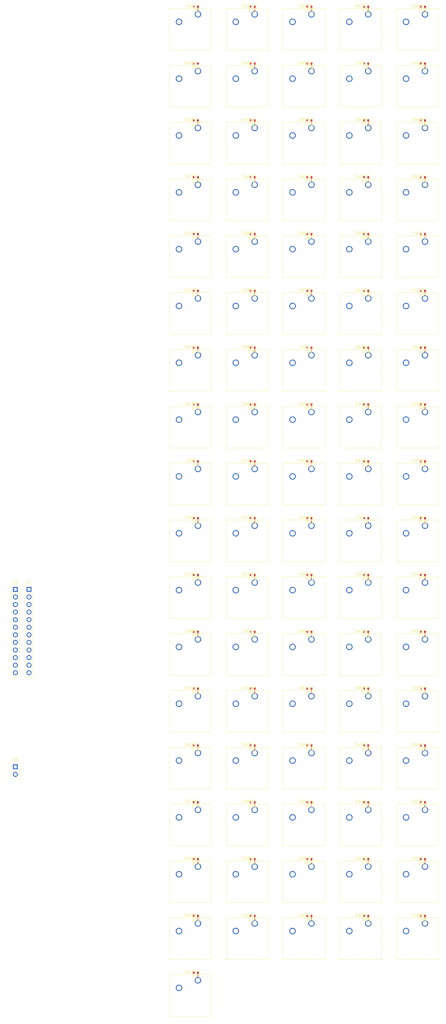
<source format=kicad_pcb>
(kicad_pcb (version 20241229) (generator "pcbnew") (generator_version "9.0")
  (layers (0 "F.Cu" signal) (2 "B.Cu" signal) (13 "F.Paste" user) (15 "B.Paste" user) (5 "F.SilkS" user "F.Silkscreen") (7 "B.SilkS" user "B.Silkscreen") (1 "F.Mask" user) (3 "B.Mask" user) (25 "Edge.Cuts" user))
  (net 0 "")
  (net 1 "ROW2")
  (net 2 "ROW3")
  (net 3 "ROW5")
  (net 4 "ROW7")
  (net 6 "ROW1")
  (net 7 "ROW8")
  (net 9 "ROW0")
  (net 10 "ROW9")
  (net 11 "ROW6")
  (net 12 "ROW4")
  (net 13 "COL7")
  (net 14 "COL4")
  (net 15 "GND")
  (net 16 "COL6")
  (net 17 "COL3")
  (net 18 "COL2")
  (net 19 "COL5")
  (net 22 "COL1")
  (net 23 "COL0")
  (net 24 "VCC")
  (net 25 "COL8")
  (net 26 "LED")
  (net 27 "Net-(D1-K)")
  (net 28 "Net-(D2-K)")
  (net 29 "Net-(D3-K)")
  (net 30 "Net-(D4-K)")
  (net 31 "Net-(D5-K)")
  (net 32 "Net-(D6-K)")
  (net 33 "Net-(D7-K)")
  (net 34 "Net-(D8-K)")
  (net 35 "Net-(D9-K)")
  (net 36 "Net-(D10-K)")
  (net 37 "Net-(D11-K)")
  (net 38 "Net-(D12-K)")
  (net 39 "Net-(D13-K)")
  (net 40 "Net-(D14-K)")
  (net 41 "Net-(D15-K)")
  (net 42 "Net-(D16-K)")
  (net 43 "Net-(D17-K)")
  (net 44 "Net-(D18-K)")
  (net 45 "Net-(D19-K)")
  (net 46 "Net-(D20-K)")
  (net 47 "Net-(D21-K)")
  (net 48 "Net-(D22-K)")
  (net 49 "Net-(D23-K)")
  (net 50 "Net-(D24-K)")
  (net 51 "Net-(D25-K)")
  (net 52 "Net-(D26-K)")
  (net 53 "Net-(D27-K)")
  (net 54 "Net-(D28-K)")
  (net 55 "Net-(D29-K)")
  (net 56 "Net-(D30-K)")
  (net 57 "Net-(D31-K)")
  (net 58 "Net-(D32-K)")
  (net 59 "Net-(D33-K)")
  (net 60 "Net-(D34-K)")
  (net 61 "Net-(D35-K)")
  (net 62 "Net-(D36-K)")
  (net 63 "Net-(D37-K)")
  (net 64 "Net-(D38-K)")
  (net 65 "Net-(D39-K)")
  (net 66 "Net-(D40-K)")
  (net 67 "Net-(D41-K)")
  (net 68 "Net-(D42-K)")
  (net 69 "Net-(D43-K)")
  (net 70 "Net-(D44-K)")
  (net 71 "Net-(D45-K)")
  (net 72 "Net-(D46-K)")
  (net 73 "Net-(D47-K)")
  (net 74 "Net-(D48-K)")
  (net 75 "Net-(D49-K)")
  (net 76 "Net-(D50-K)")
  (net 77 "Net-(D51-K)")
  (net 78 "Net-(D52-K)")
  (net 79 "Net-(D53-K)")
  (net 80 "Net-(D54-K)")
  (net 81 "Net-(D55-K)")
  (net 82 "Net-(D56-K)")
  (net 83 "Net-(D57-K)")
  (net 84 "Net-(D58-K)")
  (net 85 "Net-(D59-K)")
  (net 86 "Net-(D60-K)")
  (net 87 "Net-(D61-K)")
  (net 88 "Net-(D62-K)")
  (net 89 "Net-(D63-K)")
  (net 90 "Net-(D64-K)")
  (net 91 "Net-(D65-K)")
  (net 92 "Net-(D66-K)")
  (net 93 "Net-(D67-K)")
  (net 94 "Net-(D68-K)")
  (net 95 "Net-(D69-K)")
  (net 96 "Net-(D70-K)")
  (net 97 "Net-(D71-K)")
  (net 98 "Net-(D72-K)")
  (net 99 "Net-(D73-K)")
  (net 100 "Net-(D74-K)")
  (net 101 "Net-(D75-K)")
  (net 102 "Net-(D76-K)")
  (net 103 "Net-(D77-K)")
  (net 104 "Net-(D78-K)")
  (net 105 "Net-(D79-K)")
  (net 106 "Net-(D80-K)")
  (net 107 "Net-(D81-K)")
  (net 108 "Net-(D82-K)")
  (net 109 "Net-(D83-K)")
  (net 110 "Net-(D84-K)")
  (net 111 "Net-(D85-K)")
  (net 112 "Net-(D86-K)")
  (footprint "Diode_SMD:D_SOD-523" (layer "F.Cu") (at 219.01 -176.53 180)
    (property "Reference" "D12")
    (property "Value" "1N4148WT")
  )
  (footprint "Diode_SMD:D_SOD-523" (layer "F.Cu") (at 199.96 -5.08 180)
    (property "Reference" "D61")
    (property "Value" "1N4148WT")
  )
  (footprint "Diode_SMD:D_SOD-523" (layer "F.Cu") (at 219.01 109.22 180)
    (property "Reference" "D54")
    (property "Value" "1N4148WT")
  )
  (footprint "Button_Switch_Keyboard:SW_Cherry_MX_1.00u_PCB" (layer "F.Cu") (at 219.71 -2.54)
    (property "Reference" "SW72")
    (property "Value" "button")
  )
  (footprint "Diode_SMD:D_SOD-523" (layer "F.Cu") (at 276.16 52.07 180)
    (property "Reference" "D9")
    (property "Value" "1N4148WT")
  )
  (footprint "Diode_SMD:D_SOD-523" (layer "F.Cu") (at 238.06 90.17 180)
    (property "Reference" "D10")
    (property "Value" "1N4148WT")
  )
  (footprint "Button_Switch_Keyboard:SW_Cherry_MX_1.00u_PCB" (layer "F.Cu") (at 200.66 -59.69)
    (property "Reference" "SW70")
    (property "Value" "button")
  )
  (footprint "Button_Switch_Keyboard:SW_Cherry_MX_1.00u_PCB" (layer "F.Cu") (at 276.86 -78.74)
    (property "Reference" "SW59")
    (property "Value" "button")
  )
  (footprint "Button_Switch_Keyboard:SW_Cherry_MX_1.00u_PCB" (layer "F.Cu") (at 238.76 92.71)
    (property "Reference" "SW10")
    (property "Value" "button")
  )
  (footprint "Diode_SMD:D_SOD-523" (layer "F.Cu") (at 257.11 109.22 180)
    (property "Reference" "D76")
    (property "Value" "1N4148WT")
  )
  (footprint "Diode_SMD:D_SOD-523" (layer "F.Cu") (at 276.16 13.97 180)
    (property "Reference" "D73")
    (property "Value" "1N4148WT")
  )
  (footprint "Diode_SMD:D_SOD-523" (layer "F.Cu") (at 219.01 -119.38 180)
    (property "Reference" "D3")
    (property "Value" "1N4148WT")
  )
  (footprint "Diode_SMD:D_SOD-523" (layer "F.Cu") (at 276.16 128.27 180)
    (property "Reference" "D66")
    (property "Value" "1N4148WT")
  )
  (footprint "Button_Switch_Keyboard:SW_Cherry_MX_1.00u_PCB" (layer "F.Cu") (at 238.76 35.56)
    (property "Reference" "SW19")
    (property "Value" "button")
  )
  (footprint "Diode_SMD:D_SOD-523" (layer "F.Cu") (at 276.16 -100.33 180)
    (property "Reference" "D4")
    (property "Value" "1N4148WT")
  )
  (footprint "Diode_SMD:D_SOD-523" (layer "F.Cu") (at 238.06 -62.23 180)
    (property "Reference" "D5")
    (property "Value" "1N4148WT")
  )
  (footprint "Diode_SMD:D_SOD-523" (layer "F.Cu") (at 257.11 -100.33 180)
    (property "Reference" "D80")
    (property "Value" "1N4148WT")
  )
  (footprint "Diode_SMD:D_SOD-523" (layer "F.Cu") (at 257.11 -157.48 180)
    (property "Reference" "D2")
    (property "Value" "1N4148WT")
  )
  (footprint "Button_Switch_Keyboard:SW_Cherry_MX_1.00u_PCB" (layer "F.Cu") (at 219.71 -135.89)
    (property "Reference" "SW35")
    (property "Value" "button")
  )
  (footprint "Button_Switch_Keyboard:SW_Cherry_MX_1.00u_PCB" (layer "F.Cu") (at 200.66 -40.64)
    (property "Reference" "SW38")
    (property "Value" "button")
  )
  (footprint "Button_Switch_Keyboard:SW_Cherry_MX_1.00u_PCB" (layer "F.Cu") (at 219.71 16.51)
    (property "Reference" "SW40")
    (property "Value" "button")
  )
  (footprint "Diode_SMD:D_SOD-523" (layer "F.Cu") (at 276.16 -119.38 180)
    (property "Reference" "D36")
    (property "Value" "1N4148WT")
  )
  (footprint "Diode_SMD:D_SOD-523" (layer "F.Cu") (at 238.06 -157.48 180)
    (property "Reference" "D78")
    (property "Value" "1N4148WT")
  )
  (footprint "Diode_SMD:D_SOD-523" (layer "F.Cu") (at 238.06 -119.38 180)
    (property "Reference" "D14")
    (property "Value" "1N4148WT")
  )
  (footprint "Connector_PinHeader_2.54mm:PinHeader_1x12_P2.54mm_Vertical" (layer "F.Cu") (at 143.97 18.81)
    (property "Reference" "A1")
    (property "Value" "micro LEFT")
  )
  (footprint "Button_Switch_Keyboard:SW_Cherry_MX_1.00u_PCB" (layer "F.Cu") (at 257.81 130.81)
    (property "Reference" "SW55")
    (property "Value" "button")
  )
  (footprint "Diode_SMD:D_SOD-523" (layer "F.Cu") (at 199.96 -157.48 180)
    (property "Reference" "D56")
    (property "Value" "1N4148WT")
  )
  (footprint "Diode_SMD:D_SOD-523" (layer "F.Cu") (at 257.11 -5.08 180)
    (property "Reference" "D7")
    (property "Value" "1N4148WT")
  )
  (footprint "Diode_SMD:D_SOD-523" (layer "F.Cu") (at 199.96 71.12 180)
    (property "Reference" "D20")
    (property "Value" "1N4148WT")
  )
  (footprint "Button_Switch_Keyboard:SW_Cherry_MX_1.00u_PCB" (layer "F.Cu") (at 200.66 73.66)
    (property "Reference" "SW20")
    (property "Value" "button")
  )
  (footprint "Diode_SMD:D_SOD-523" (layer "F.Cu") (at 219.01 52.07 180)
    (property "Reference" "D63")
    (property "Value" "1N4148WT")
  )
  (footprint "Diode_SMD:D_SOD-523" (layer "F.Cu") (at 199.96 -24.13 180)
    (property "Reference" "D6")
    (property "Value" "1N4148WT")
  )
  (footprint "Diode_SMD:D_SOD-523" (layer "F.Cu") (at 238.06 -138.43 180)
    (property "Reference" "D46")
    (property "Value" "1N4148WT")
  )
  (footprint "Diode_SMD:D_SOD-523" (layer "F.Cu") (at 199.96 -176.53 180)
    (property "Reference" "D1")
    (property "Value" "1N4148WT")
  )
  (footprint "Diode_SMD:D_SOD-523" (layer "F.Cu") (at 238.06 71.12 180)
    (property "Reference" "D42")
    (property "Value" "1N4148WT")
  )
  (footprint "Button_Switch_Keyboard:SW_Cherry_MX_1.00u_PCB" (layer "F.Cu") (at 276.86 92.71)
    (property "Reference" "SW32")
    (property "Value" "button")
  )
  (footprint "Diode_SMD:D_SOD-523" (layer "F.Cu") (at 238.06 128.27 180)
    (property "Reference" "D44")
    (property "Value" "1N4148WT")
  )
  (footprint "Button_Switch_Keyboard:SW_Cherry_MX_1.00u_PCB" (layer "F.Cu") (at 219.71 130.81)
    (property "Reference" "SW33")
    (property "Value" "button")
  )
  (footprint "Button_Switch_Keyboard:SW_Cherry_MX_1.00u_PCB" (layer "F.Cu") (at 219.71 -59.69)
    (property "Reference" "SW81")
    (property "Value" "button")
  )
  (footprint "Button_Switch_Keyboard:SW_Cherry_MX_1.00u_PCB" (layer "F.Cu") (at 238.76 -21.59)
    (property "Reference" "SW28")
    (property "Value" "button")
  )
  (footprint "Button_Switch_Keyboard:SW_Cherry_MX_1.00u_PCB" (layer "F.Cu") (at 238.76 73.66)
    (property "Reference" "SW42")
    (property "Value" "button")
  )
  (footprint "Button_Switch_Keyboard:SW_Cherry_MX_1.00u_PCB" (layer "F.Cu") (at 276.86 -116.84)
    (property "Reference" "SW36")
    (property "Value" "button")
  )
  (footprint "Button_Switch_Keyboard:SW_Cherry_MX_1.00u_PCB" (layer "F.Cu") (at 257.81 -154.94)
    (property "Reference" "SW2")
    (property "Value" "button")
  )
  (footprint "Diode_SMD:D_SOD-523" (layer "F.Cu") (at 257.11 -43.18 180)
    (property "Reference" "D71")
    (property "Value" "1N4148WT")
  )
  (footprint "Button_Switch_Keyboard:SW_Cherry_MX_1.00u_PCB" (layer "F.Cu") (at 200.66 92.71)
    (property "Reference" "SW75")
    (property "Value" "button")
  )
  (footprint "Button_Switch_Keyboard:SW_Cherry_MX_1.00u_PCB" (layer "F.Cu") (at 238.76 -116.84)
    (property "Reference" "SW14")
    (property "Value" "button")
  )
  (footprint "Diode_SMD:D_SOD-523" (layer "F.Cu") (at 276.16 33.02 180)
    (property "Reference" "D41")
    (property "Value" "1N4148WT")
  )
  (footprint "Diode_SMD:D_SOD-523" (layer "F.Cu") (at 257.11 128.27 180)
    (property "Reference" "D55")
    (property "Value" "1N4148WT")
  )
  (footprint "Diode_SMD:D_SOD-523" (layer "F.Cu") (at 238.06 -100.33 180)
    (property "Reference" "D69")
    (property "Value" "1N4148WT")
  )
  (footprint "Diode_SMD:D_SOD-523" (layer "F.Cu") (at 219.01 90.17 180)
    (property "Reference" "D86")
    (property "Value" "1N4148WT")
  )
  (footprint "Button_Switch_Keyboard:SW_Cherry_MX_1.00u_PCB" (layer "F.Cu") (at 276.86 -40.64)
    (property "Reference" "SW82")
    (property "Value" "button")
  )
  (footprint "Diode_SMD:D_SOD-523" (layer "F.Cu") (at 257.11 -176.53 180)
    (property "Reference" "D34")
    (property "Value" "1N4148WT")
  )
  (footprint "Button_Switch_Keyboard:SW_Cherry_MX_1.00u_PCB" (layer "F.Cu") (at 276.86 73.66)
    (property "Reference" "SW64")
    (property "Value" "button")
  )
  (footprint "Diode_SMD:D_SOD-523" (layer "F.Cu") (at 219.01 -100.33 180)
    (property "Reference" "D58")
    (property "Value" "1N4148WT")
  )
  (footprint "Diode_SMD:D_SOD-523" (layer "F.Cu") (at 219.01 33.02 180)
    (property "Reference" "D8")
    (property "Value" "1N4148WT")
  )
  (footprint "Button_Switch_Keyboard:SW_Cherry_MX_1.00u_PCB" (layer "F.Cu") (at 238.76 130.81)
    (property "Reference" "SW44")
    (property "Value" "button")
  )
  (footprint "Diode_SMD:D_SOD-523" (layer "F.Cu") (at 276.16 -81.28 180)
    (property "Reference" "D59")
    (property "Value" "1N4148WT")
  )
  (footprint "Diode_SMD:D_SOD-523" (layer "F.Cu") (at 276.16 -176.53 180)
    (property "Reference" "D45")
    (property "Value" "1N4148WT")
  )
  (footprint "Diode_SMD:D_SOD-523" (layer "F.Cu") (at 199.96 33.02 180)
    (property "Reference" "D84")
    (property "Value" "1N4148WT")
  )
  (footprint "Diode_SMD:D_SOD-523" (layer "F.Cu") (at 276.16 -5.08 180)
    (property "Reference" "D18")
    (property "Value" "1N4148WT")
  )
  (footprint "Button_Switch_Keyboard:SW_Cherry_MX_1.00u_PCB" (layer "F.Cu") (at 200.66 -173.99)
    (property "Reference" "SW1")
    (property "Value" "button")
  )
  (footprint "Diode_SMD:D_SOD-523" (layer "F.Cu") (at 257.11 -81.28 180)
    (property "Reference" "D48")
    (property "Value" "1N4148WT")
  )
  (footprint "Diode_SMD:D_SOD-523" (layer "F.Cu") (at 199.96 -138.43 180)
    (property "Reference" "D24")
    (property "Value" "1N4148WT")
  )
  (footprint "Button_Switch_Keyboard:SW_Cherry_MX_1.00u_PCB" (layer "F.Cu") (at 219.71 92.71)
    (property "Reference" "SW86")
    (property "Value" "button")
  )
  (footprint "Button_Switch_Keyboard:SW_Cherry_MX_1.00u_PCB" (layer "F.Cu") (at 276.86 -21.59)
    (property "Reference" "SW50")
    (property "Value" "button")
  )
  (footprint "Diode_SMD:D_SOD-523" (layer "F.Cu") (at 199.96 -119.38 180)
    (property "Reference" "D79")
    (property "Value" "1N4148WT")
  )
  (footprint "Diode_SMD:D_SOD-523" (layer "F.Cu") (at 219.01 -157.48 180)
    (property "Reference" "D67")
    (property "Value" "1N4148WT")
  )
  (footprint "Button_Switch_Keyboard:SW_Cherry_MX_1.00u_PCB" (layer "F.Cu") (at 200.66 130.81)
    (property "Reference" "SW22")
    (property "Value" "button")
  )
  (footprint "Diode_SMD:D_SOD-523" (layer "F.Cu") (at 199.96 52.07 180)
    (property "Reference" "D52")
    (property "Value" "1N4148WT")
  )
  (footprint "Button_Switch_Keyboard:SW_Cherry_MX_1.00u_PCB" (layer "F.Cu") (at 276.86 -59.69)
    (property "Reference" "SW27")
    (property "Value" "button")
  )
  (footprint "Diode_SMD:D_SOD-523" (layer "F.Cu") (at 199.96 -43.18 180)
    (property "Reference" "D38")
    (property "Value" "1N4148WT")
  )
  (footprint "Button_Switch_Keyboard:SW_Cherry_MX_1.00u_PCB" (layer "F.Cu") (at 200.66 -116.84)
    (property "Reference" "SW79")
    (property "Value" "button")
  )
  (footprint "Diode_SMD:D_SOD-523" (layer "F.Cu") (at 238.06 -43.18 180)
    (property "Reference" "D60")
    (property "Value" "1N4148WT")
  )
  (footprint "Button_Switch_Keyboard:SW_Cherry_MX_1.00u_PCB" (layer "F.Cu") (at 257.81 -97.79)
    (property "Reference" "SW80")
    (property "Value" "button")
  )
  (footprint "Diode_SMD:D_SOD-523" (layer "F.Cu") (at 257.11 -62.23 180)
    (property "Reference" "D16")
    (property "Value" "1N4148WT")
  )
  (footprint "Diode_SMD:D_SOD-523" (layer "F.Cu") (at 219.01 -43.18 180)
    (property "Reference" "D49")
    (property "Value" "1N4148WT")
  )
  (footprint "Button_Switch_Keyboard:SW_Cherry_MX_1.00u_PCB" (layer "F.Cu") (at 238.76 -135.89)
    (property "Reference" "SW46")
    (property "Value" "button")
  )
  (footprint "Button_Switch_Keyboard:SW_Cherry_MX_1.00u_PCB" (layer "F.Cu") (at 200.66 54.61)
    (property "Reference" "SW52")
    (property "Value" "button")
  )
  (footprint "Button_Switch_Keyboard:SW_Cherry_MX_1.00u_PCB" (layer "F.Cu") (at 276.86 16.51)
    (property "Reference" "SW73")
    (property "Value" "button")
  )
  (footprint "Diode_SMD:D_SOD-523" (layer "F.Cu") (at 257.11 52.07 180)
    (property "Reference" "D85")
    (property "Value" "1N4148WT")
  )
  (footprint "Button_Switch_Keyboard:SW_Cherry_MX_1.00u_PCB" (layer "F.Cu") (at 219.71 73.66)
    (property "Reference" "SW31")
    (property "Value" "button")
  )
  (footprint "Diode_SMD:D_SOD-523" (layer "F.Cu") (at 238.06 -81.28 180)
    (property "Reference" "D37")
    (property "Value" "1N4148WT")
  )
  (footprint "Button_Switch_Keyboard:SW_Cherry_MX_1.00u_PCB" (layer "F.Cu") (at 219.71 -116.84)
    (property "Reference" "SW3")
    (property "Value" "button")
  )
  (footprint "Button_Switch_Keyboard:SW_Cherry_MX_1.00u_PCB" (layer "F.Cu") (at 200.66 111.76)
    (property "Reference" "SW43")
    (property "Value" "button")
  )
  (footprint "Diode_SMD:D_SOD-523" (layer "F.Cu") (at 276.16 71.12 180)
    (property "Reference" "D64")
    (property "Value" "1N4148WT")
  )
  (footprint "Button_Switch_Keyboard:SW_Cherry_MX_1.00u_PCB" (layer "F.Cu") (at 200.66 -2.54)
    (property "Reference" "SW61")
    (property "Value" "button")
  )
  (footprint "Diode_SMD:D_SOD-523" (layer "F.Cu") (at 257.11 13.97 180)
    (property "Reference" "D62")
    (property "Value" "1N4148WT")
  )
  (footprint "Button_Switch_Keyboard:SW_Cherry_MX_1.00u_PCB" (layer "F.Cu") (at 238.76 -78.74)
    (property "Reference" "SW37")
    (property "Value" "button")
  )
  (footprint "Diode_SMD:D_SOD-523" (layer "F.Cu") (at 276.16 -157.48 180)
    (property "Reference" "D13")
    (property "Value" "1N4148WT")
  )
  (footprint "Diode_SMD:D_SOD-523" (layer "F.Cu") (at 238.06 -176.53 180)
    (property "Reference" "D23")
    (property "Value" "1N4148WT")
  )
  (footprint "Connector_PinHeader_2.54mm:PinHeader_1x12_P2.54mm_Vertical" (layer "F.Cu") (at 139.38 18.81)
    (property "Reference" "A0")
    (property "Value" "micro RIGHT")
  )
  (footprint "Button_Switch_Keyboard:SW_Cherry_MX_1.00u_PCB" (layer "F.Cu") (at 219.71 35.56)
    (property "Reference" "SW8")
    (property "Value" "button")
  )
  (footprint "Button_Switch_Keyboard:SW_Cherry_MX_1.00u_PCB" (layer "F.Cu") (at 276.86 -173.99)
    (property "Reference" "SW45")
    (property "Value" "button")
  )
  (footprint "Button_Switch_Keyboard:SW_Cherry_MX_1.00u_PCB" (layer "F.Cu") (at 200.66 -154.94)
    (property "Reference" "SW56")
    (property "Value" "button")
  )
  (footprint "Button_Switch_Keyboard:SW_Cherry_MX_1.00u_PCB" (layer "F.Cu") (at 238.76 16.51)
    (property "Reference" "SW51")
    (property "Value" "button")
  )
  (footprint "Diode_SMD:D_SOD-523" (layer "F.Cu") (at 199.96 128.27 180)
    (property "Reference" "D22")
    (property "Value" "1N4148WT")
  )
  (footprint "Diode_SMD:D_SOD-523" (layer "F.Cu") (at 199.96 147.32 180)
    (property "Reference" "D77")
    (property "Value" "1N4148WT")
  )
  (footprint "Button_Switch_Keyboard:SW_Cherry_MX_1.00u_PCB" (layer "F.Cu") (at 257.81 -116.84)
    (property "Reference" "SW25")
    (property "Value" "button")
  )
  (footprint "Button_Switch_Keyboard:SW_Cherry_MX_1.00u_PCB" (layer "F.Cu") (at 276.86 111.76)
    (property "Reference" "SW11")
    (property "Value" "button")
  )
  (footprint "Button_Switch_Keyboard:SW_Cherry_MX_1.00u_PCB" (layer "F.Cu") (at 200.66 -78.74)
    (property "Reference" "SW15")
    (property "Value" "button")
  )
  (footprint "Diode_SMD:D_SOD-523" (layer "F.Cu") (at 199.96 -100.33 180)
    (property "Reference" "D47")
    (property "Value" "1N4148WT")
  )
  (footprint "Button_Switch_Keyboard:SW_Cherry_MX_1.00u_PCB" (layer "F.Cu") (at 200.66 16.51)
    (property "Reference" "SW29")
    (property "Value" "button")
  )
  (footprint "Diode_SMD:D_SOD-523" (layer "F.Cu") (at 238.06 33.02 180)
    (property "Reference" "D19")
    (property "Value" "1N4148WT")
  )
  (footprint "Button_Switch_Keyboard:SW_Cherry_MX_1.00u_PCB" (layer "F.Cu") (at 219.71 -40.64)
    (property "Reference" "SW49")
    (property "Value" "button")
  )
  (footprint "Diode_SMD:D_SOD-523" (layer "F.Cu") (at 276.16 -62.23 180)
    (property "Reference" "D27")
    (property "Value" "1N4148WT")
  )
  (footprint "Button_Switch_Keyboard:SW_Cherry_MX_1.00u_PCB" (layer "F.Cu") (at 257.81 -21.59)
    (property "Reference" "SW39")
    (property "Value" "button")
  )
  (footprint "Diode_SMD:D_SOD-523" (layer "F.Cu") (at 257.11 90.17 180)
    (property "Reference" "D21")
    (property "Value" "1N4148WT")
  )
  (footprint "Diode_SMD:D_SOD-523" (layer "F.Cu") (at 219.01 -81.28 180)
    (property "Reference" "D26")
    (property "Value" "1N4148WT")
  )
  (footprint "Diode_SMD:D_SOD-523" (layer "F.Cu") (at 257.11 -119.38 180)
    (property "Reference" "D25")
    (property "Value" "1N4148WT")
  )
  (footprint "Diode_SMD:D_SOD-523" (layer "F.Cu") (at 238.06 13.97 180)
    (property "Reference" "D51")
    (property "Value" "1N4148WT")
  )
  (footprint "Button_Switch_Keyboard:SW_Cherry_MX_1.00u_PCB" (layer "F.Cu") (at 200.66 -21.59)
    (property "Reference" "SW6")
    (property "Value" "button")
  )
  (footprint "Button_Switch_Keyboard:SW_Cherry_MX_1.00u_PCB" (layer "F.Cu") (at 219.71 -21.59)
    (property "Reference" "SW17")
    (property "Value" "button")
  )
  (footprint "Diode_SMD:D_SOD-523" (layer "F.Cu") (at 219.01 -62.23 180)
    (property "Reference" "D81")
    (property "Value" "1N4148WT")
  )
  (footprint "Connector_PinHeader_2.54mm:PinHeader_1x02_P2.54mm_Vertical" (layer "F.Cu") (at 139.38 78.29)
    (property "Reference" "A3")
    (property "Value" "micro BONUS")
  )
  (footprint "Button_Switch_Keyboard:SW_Cherry_MX_1.00u_PCB" (layer "F.Cu") (at 200.66 -97.79)
    (property "Reference" "SW47")
    (property "Value" "button")
  )
  (footprint "Button_Switch_Keyboard:SW_Cherry_MX_1.00u_PCB" (layer "F.Cu") (at 276.86 130.81)
    (property "Reference" "SW66")
    (property "Value" "button")
  )
  (footprint "Diode_SMD:D_SOD-523" (layer "F.Cu") (at 219.01 -5.08 180)
    (property "Reference" "D72")
    (property "Value" "1N4148WT")
  )
  (footprint "Button_Switch_Keyboard:SW_Cherry_MX_1.00u_PCB" (layer "F.Cu") (at 200.66 149.86)
    (property "Reference" "SW77")
    (property "Value" "button")
  )
  (footprint "Diode_SMD:D_SOD-523" (layer "F.Cu") (at 199.96 13.97 180)
    (property "Reference" "D29")
    (property "Value" "1N4148WT")
  )
  (footprint "Button_Switch_Keyboard:SW_Cherry_MX_1.00u_PCB" (layer "F.Cu") (at 219.71 111.76)
    (property "Reference" "SW54")
    (property "Value" "button")
  )
  (footprint "Button_Switch_Keyboard:SW_Cherry_MX_1.00u_PCB" (layer "F.Cu") (at 276.86 -2.54)
    (property "Reference" "SW18")
    (property "Value" "button")
  )
  (footprint "Button_Switch_Keyboard:SW_Cherry_MX_1.00u_PCB" (layer "F.Cu") (at 238.76 -59.69)
    (property "Reference" "SW5")
    (property "Value" "button")
  )
  (footprint "Button_Switch_Keyboard:SW_Cherry_MX_1.00u_PCB" (layer "F.Cu") (at 257.81 16.51)
    (property "Reference" "SW62")
    (property "Value" "button")
  )
  (footprint "Diode_SMD:D_SOD-523" (layer "F.Cu") (at 199.96 -62.23 180)
    (property "Reference" "D70")
    (property "Value" "1N4148WT")
  )
  (footprint "Button_Switch_Keyboard:SW_Cherry_MX_1.00u_PCB" (layer "F.Cu") (at 238.76 -2.54)
    (property "Reference" "SW83")
    (property "Value" "button")
  )
  (footprint "Diode_SMD:D_SOD-523" (layer "F.Cu") (at 219.01 71.12 180)
    (property "Reference" "D31")
    (property "Value" "1N4148WT")
  )
  (footprint "Button_Switch_Keyboard:SW_Cherry_MX_1.00u_PCB" (layer "F.Cu") (at 257.81 54.61)
    (property "Reference" "SW85")
    (property "Value" "button")
  )
  (footprint "Button_Switch_Keyboard:SW_Cherry_MX_1.00u_PCB" (layer "F.Cu") (at 257.81 -2.54)
    (property "Reference" "SW7")
    (property "Value" "button")
  )
  (footprint "Button_Switch_Keyboard:SW_Cherry_MX_1.00u_PCB" (layer "F.Cu") (at 238.76 111.76)
    (property "Reference" "SW65")
    (property "Value" "button")
  )
  (footprint "Button_Switch_Keyboard:SW_Cherry_MX_1.00u_PCB" (layer "F.Cu") (at 257.81 111.76)
    (property "Reference" "SW76")
    (property "Value" "button")
  )
  (footprint "Button_Switch_Keyboard:SW_Cherry_MX_1.00u_PCB" (layer "F.Cu") (at 257.81 -40.64)
    (property "Reference" "SW71")
    (property "Value" "button")
  )
  (footprint "Button_Switch_Keyboard:SW_Cherry_MX_1.00u_PCB" (layer "F.Cu") (at 238.76 -40.64)
    (property "Reference" "SW60")
    (property "Value" "button")
  )
  (footprint "Button_Switch_Keyboard:SW_Cherry_MX_1.00u_PCB" (layer "F.Cu") (at 219.71 -78.74)
    (property "Reference" "SW26")
    (property "Value" "button")
  )
  (footprint "Diode_SMD:D_SOD-523" (layer "F.Cu") (at 257.11 -24.13 180)
    (property "Reference" "D39")
    (property "Value" "1N4148WT")
  )
  (footprint "Button_Switch_Keyboard:SW_Cherry_MX_1.00u_PCB" (layer "F.Cu") (at 276.86 -97.79)
    (property "Reference" "SW4")
    (property "Value" "button")
  )
  (footprint "Button_Switch_Keyboard:SW_Cherry_MX_1.00u_PCB" (layer "F.Cu") (at 238.76 -173.99)
    (property "Reference" "SW23")
    (property "Value" "button")
  )
  (footprint "Diode_SMD:D_SOD-523" (layer "F.Cu") (at 276.16 -43.18 180)
    (property "Reference" "D82")
    (property "Value" "1N4148WT")
  )
  (footprint "Diode_SMD:D_SOD-523" (layer "F.Cu") (at 276.16 -24.13 180)
    (property "Reference" "D50")
    (property "Value" "1N4148WT")
  )
  (footprint "Diode_SMD:D_SOD-523" (layer "F.Cu") (at 219.01 -24.13 180)
    (property "Reference" "D17")
    (property "Value" "1N4148WT")
  )
  (footprint "Diode_SMD:D_SOD-523" (layer "F.Cu") (at 219.01 128.27 180)
    (property "Reference" "D33")
    (property "Value" "1N4148WT")
  )
  (footprint "Button_Switch_Keyboard:SW_Cherry_MX_1.00u_PCB" (layer "F.Cu") (at 257.81 -135.89)
    (property "Reference" "SW57")
    (property "Value" "button")
  )
  (footprint "Button_Switch_Keyboard:SW_Cherry_MX_1.00u_PCB" (layer "F.Cu") (at 257.81 92.71)
    (property "Reference" "SW21")
    (property "Value" "button")
  )
  (footprint "Button_Switch_Keyboard:SW_Cherry_MX_1.00u_PCB" (layer "F.Cu") (at 219.71 -97.79)
    (property "Reference" "SW58")
    (property "Value" "button")
  )
  (footprint "Button_Switch_Keyboard:SW_Cherry_MX_1.00u_PCB" (layer "F.Cu") (at 238.76 54.61)
    (property "Reference" "SW74")
    (property "Value" "button")
  )
  (footprint "Diode_SMD:D_SOD-523" (layer "F.Cu") (at 276.16 90.17 180)
    (property "Reference" "D32")
    (property "Value" "1N4148WT")
  )
  (footprint "Diode_SMD:D_SOD-523" (layer "F.Cu") (at 219.01 -138.43 180)
    (property "Reference" "D35")
    (property "Value" "1N4148WT")
  )
  (footprint "Button_Switch_Keyboard:SW_Cherry_MX_1.00u_PCB" (layer "F.Cu") (at 257.81 35.56)
    (property "Reference" "SW30")
    (property "Value" "button")
  )
  (footprint "Diode_SMD:D_SOD-523" (layer "F.Cu") (at 199.96 90.17 180)
    (property "Reference" "D75")
    (property "Value" "1N4148WT")
  )
  (footprint "Button_Switch_Keyboard:SW_Cherry_MX_1.00u_PCB" (layer "F.Cu") (at 200.66 -135.89)
    (property "Reference" "SW24")
    (property "Value" "button")
  )
  (footprint "Button_Switch_Keyboard:SW_Cherry_MX_1.00u_PCB" (layer "F.Cu") (at 238.76 -97.79)
    (property "Reference" "SW69")
    (property "Value" "button")
  )
  (footprint "Button_Switch_Keyboard:SW_Cherry_MX_1.00u_PCB" (layer "F.Cu") (at 257.81 -78.74)
    (property "Reference" "SW48")
    (property "Value" "button")
  )
  (footprint "Button_Switch_Keyboard:SW_Cherry_MX_1.00u_PCB" (layer "F.Cu") (at 276.86 35.56)
    (property "Reference" "SW41")
    (property "Value" "button")
  )
  (footprint "Diode_SMD:D_SOD-523" (layer "F.Cu") (at 257.11 71.12 180)
    (property "Reference" "D53")
    (property "Value" "1N4148WT")
  )
  (footprint "Diode_SMD:D_SOD-523" (layer "F.Cu") (at 238.06 -24.13 180)
    (property "Reference" "D28")
    (property "Value" "1N4148WT")
  )
  (footprint "Diode_SMD:D_SOD-523" (layer "F.Cu") (at 257.11 33.02 180)
    (property "Reference" "D30")
    (property "Value" "1N4148WT")
  )
  (footprint "Button_Switch_Keyboard:SW_Cherry_MX_1.00u_PCB" (layer "F.Cu") (at 238.76 -154.94)
    (property "Reference" "SW78")
    (property "Value" "button")
  )
  (footprint "Diode_SMD:D_SOD-523" (layer "F.Cu") (at 276.16 109.22 180)
    (property "Reference" "D11")
    (property "Value" "1N4148WT")
  )
  (footprint "Diode_SMD:D_SOD-523" (layer "F.Cu") (at 257.11 -138.43 180)
    (property "Reference" "D57")
    (property "Value" "1N4148WT")
  )
  (footprint "Button_Switch_Keyboard:SW_Cherry_MX_1.00u_PCB" (layer "F.Cu") (at 200.66 35.56)
    (property "Reference" "SW84")
    (property "Value" "button")
  )
  (footprint "Button_Switch_Keyboard:SW_Cherry_MX_1.00u_PCB" (layer "F.Cu") (at 219.71 54.61)
    (property "Reference" "SW63")
    (property "Value" "button")
  )
  (footprint "Diode_SMD:D_SOD-523" (layer "F.Cu") (at 238.06 109.22 180)
    (property "Reference" "D65")
    (property "Value" "1N4148WT")
  )
  (footprint "Diode_SMD:D_SOD-523" (layer "F.Cu") (at 219.01 13.97 180)
    (property "Reference" "D40")
    (property "Value" "1N4148WT")
  )
  (footprint "Diode_SMD:D_SOD-523" (layer "F.Cu") (at 199.96 -81.28 180)
    (property "Reference" "D15")
    (property "Value" "1N4148WT")
  )
  (footprint "Button_Switch_Keyboard:SW_Cherry_MX_1.00u_PCB" (layer "F.Cu") (at 257.81 -59.69)
    (property "Reference" "SW16")
    (property "Value" "button")
  )
  (footprint "Button_Switch_Keyboard:SW_Cherry_MX_1.00u_PCB" (layer "F.Cu") (at 276.86 54.61)
    (property "Reference" "SW9")
    (property "Value" "button")
  )
  (footprint "Diode_SMD:D_SOD-523" (layer "F.Cu") (at 276.16 -138.43 180)
    (property "Reference" "D68")
    (property "Value" "1N4148WT")
  )
  (footprint "Button_Switch_Keyboard:SW_Cherry_MX_1.00u_PCB" (layer "F.Cu") (at 219.71 -173.99)
    (property "Reference" "SW12")
    (property "Value" "button")
  )
  (footprint "Button_Switch_Keyboard:SW_Cherry_MX_1.00u_PCB" (layer "F.Cu") (at 257.81 -173.99)
    (property "Reference" "SW34")
    (property "Value" "button")
  )
  (footprint "Button_Switch_Keyboard:SW_Cherry_MX_1.00u_PCB" (layer "F.Cu") (at 257.81 73.66)
    (property "Reference" "SW53")
    (property "Value" "button")
  )
  (footprint "Button_Switch_Keyboard:SW_Cherry_MX_1.00u_PCB" (layer "F.Cu") (at 219.71 -154.94)
    (property "Reference" "SW67")
    (property "Value" "button")
  )
  (footprint "Button_Switch_Keyboard:SW_Cherry_MX_1.00u_PCB" (layer "F.Cu") (at 276.86 -154.94)
    (property "Reference" "SW13")
    (property "Value" "button")
  )
  (footprint "Diode_SMD:D_SOD-523" (layer "F.Cu") (at 238.06 -5.08 180)
    (property "Reference" "D83")
    (property "Value" "1N4148WT")
  )
  (footprint "Diode_SMD:D_SOD-523" (layer "F.Cu") (at 199.96 109.22 180)
    (property "Reference" "D43")
    (property "Value" "1N4148WT")
  )
  (footprint "Button_Switch_Keyboard:SW_Cherry_MX_1.00u_PCB" (layer "F.Cu") (at 276.86 -135.89)
    (property "Reference" "SW68")
    (property "Value" "button")
  )
  (footprint "Diode_SMD:D_SOD-523" (layer "F.Cu") (at 238.06 52.07 180)
    (property "Reference" "D74")
    (property "Value" "1N4148WT")
  )
  (segment (start 200.66 -173.99) (end 200.66 -176.53) (width 0.2) (layer "F.Cu") (net 27))
  (segment (start 257.81 -157.48) (end 257.81 -154.94) (width 0.2) (layer "F.Cu") (net 28))
  (segment (start 219.71 -119.38) (end 219.71 -116.84) (width 0.2) (layer "F.Cu") (net 29))
  (segment (start 276.86 -100.33) (end 276.86 -97.79) (width 0.2) (layer "F.Cu") (net 30))
  (segment (start 238.76 -62.23) (end 238.76 -59.69) (width 0.2) (layer "F.Cu") (net 31))
  (segment (start 200.66 -24.13) (end 200.66 -21.59) (width 0.2) (layer "F.Cu") (net 32))
  (segment (start 257.81 -5.08) (end 257.81 -2.54) (width 0.2) (layer "F.Cu") (net 33))
  (segment (start 219.71 33.02) (end 219.71 35.56) (width 0.2) (layer "F.Cu") (net 34))
  (segment (start 276.86 52.07) (end 276.86 54.61) (width 0.2) (layer "F.Cu") (net 35))
  (segment (start 238.76 90.17) (end 238.76 92.71) (width 0.2) (layer "F.Cu") (net 36))
  (segment (start 276.86 109.22) (end 276.86 111.76) (width 0.2) (layer "F.Cu") (net 37))
  (segment (start 219.71 -173.99) (end 219.71 -176.53) (width 0.2) (layer "F.Cu") (net 38))
  (segment (start 276.86 -157.48) (end 276.86 -154.94) (width 0.2) (layer "F.Cu") (net 39))
  (segment (start 238.76 -119.38) (end 238.76 -116.84) (width 0.2) (layer "F.Cu") (net 40))
  (segment (start 200.66 -81.28) (end 200.66 -78.74) (width 0.2) (layer "F.Cu") (net 41))
  (segment (start 257.81 -62.23) (end 257.81 -59.69) (width 0.2) (layer "F.Cu") (net 42))
  (segment (start 219.71 -24.13) (end 219.71 -21.59) (width 0.2) (layer "F.Cu") (net 43))
  (segment (start 276.86 -5.08) (end 276.86 -2.54) (width 0.2) (layer "F.Cu") (net 44))
  (segment (start 238.76 33.02) (end 238.76 35.56) (width 0.2) (layer "F.Cu") (net 45))
  (segment (start 200.66 71.12) (end 200.66 73.66) (width 0.2) (layer "F.Cu") (net 46))
  (segment (start 257.81 90.17) (end 257.81 92.71) (width 0.2) (layer "F.Cu") (net 47))
  (segment (start 200.66 128.27) (end 200.66 130.81) (width 0.2) (layer "F.Cu") (net 48))
  (segment (start 238.76 -173.99) (end 238.76 -176.53) (width 0.2) (layer "F.Cu") (net 49))
  (segment (start 200.66 -138.43) (end 200.66 -135.89) (width 0.2) (layer "F.Cu") (net 50))
  (segment (start 257.81 -119.38) (end 257.81 -116.84) (width 0.2) (layer "F.Cu") (net 51))
  (segment (start 219.71 -81.28) (end 219.71 -78.74) (width 0.2) (layer "F.Cu") (net 52))
  (segment (start 276.86 -62.23) (end 276.86 -59.69) (width 0.2) (layer "F.Cu") (net 53))
  (segment (start 238.76 -24.13) (end 238.76 -21.59) (width 0.2) (layer "F.Cu") (net 54))
  (segment (start 200.66 13.97) (end 200.66 16.51) (width 0.2) (layer "F.Cu") (net 55))
  (segment (start 257.81 33.02) (end 257.81 35.56) (width 0.2) (layer "F.Cu") (net 56))
  (segment (start 219.71 71.12) (end 219.71 73.66) (width 0.2) (layer "F.Cu") (net 57))
  (segment (start 276.86 90.17) (end 276.86 92.71) (width 0.2) (layer "F.Cu") (net 58))
  (segment (start 219.71 128.27) (end 219.71 130.81) (width 0.2) (layer "F.Cu") (net 59))
  (segment (start 257.81 -173.99) (end 257.81 -176.53) (width 0.2) (layer "F.Cu") (net 60))
  (segment (start 219.71 -138.43) (end 219.71 -135.89) (width 0.2) (layer "F.Cu") (net 61))
  (segment (start 276.86 -119.38) (end 276.86 -116.84) (width 0.2) (layer "F.Cu") (net 62))
  (segment (start 238.76 -81.28) (end 238.76 -78.74) (width 0.2) (layer "F.Cu") (net 63))
  (segment (start 200.66 -43.18) (end 200.66 -40.64) (width 0.2) (layer "F.Cu") (net 64))
  (segment (start 257.81 -24.13) (end 257.81 -21.59) (width 0.2) (layer "F.Cu") (net 65))
  (segment (start 219.71 13.97) (end 219.71 16.51) (width 0.2) (layer "F.Cu") (net 66))
  (segment (start 276.86 33.02) (end 276.86 35.56) (width 0.2) (layer "F.Cu") (net 67))
  (segment (start 238.76 71.12) (end 238.76 73.66) (width 0.2) (layer "F.Cu") (net 68))
  (segment (start 200.66 109.22) (end 200.66 111.76) (width 0.2) (layer "F.Cu") (net 69))
  (segment (start 238.76 128.27) (end 238.76 130.81) (width 0.2) (layer "F.Cu") (net 70))
  (segment (start 276.86 -173.99) (end 276.86 -176.53) (width 0.2) (layer "F.Cu") (net 71))
  (segment (start 238.76 -138.43) (end 238.76 -135.89) (width 0.2) (layer "F.Cu") (net 72))
  (segment (start 200.66 -100.33) (end 200.66 -97.79) (width 0.2) (layer "F.Cu") (net 73))
  (segment (start 257.81 -81.28) (end 257.81 -78.74) (width 0.2) (layer "F.Cu") (net 74))
  (segment (start 219.71 -43.18) (end 219.71 -40.64) (width 0.2) (layer "F.Cu") (net 75))
  (segment (start 276.86 -24.13) (end 276.86 -21.59) (width 0.2) (layer "F.Cu") (net 76))
  (segment (start 238.76 13.97) (end 238.76 16.51) (width 0.2) (layer "F.Cu") (net 77))
  (segment (start 200.66 52.07) (end 200.66 54.61) (width 0.2) (layer "F.Cu") (net 78))
  (segment (start 257.81 71.12) (end 257.81 73.66) (width 0.2) (layer "F.Cu") (net 79))
  (segment (start 219.71 109.22) (end 219.71 111.76) (width 0.2) (layer "F.Cu") (net 80))
  (segment (start 257.81 128.27) (end 257.81 130.81) (width 0.2) (layer "F.Cu") (net 81))
  (segment (start 257.81 -138.43) (end 257.81 -135.89) (width 0.2) (layer "F.Cu") (net 83))
  (segment (start 219.71 -100.33) (end 219.71 -97.79) (width 0.2) (layer "F.Cu") (net 84))
  (segment (start 276.86 -81.28) (end 276.86 -78.74) (width 0.2) (layer "F.Cu") (net 85))
  (segment (start 238.76 -43.18) (end 238.76 -40.64) (width 0.2) (layer "F.Cu") (net 86))
  (segment (start 200.66 -5.08) (end 200.66 -2.54) (width 0.2) (layer "F.Cu") (net 87))
  (segment (start 257.81 13.97) (end 257.81 16.51) (width 0.2) (layer "F.Cu") (net 88))
  (segment (start 219.71 52.07) (end 219.71 54.61) (width 0.2) (layer "F.Cu") (net 89))
  (segment (start 276.86 71.12) (end 276.86 73.66) (width 0.2) (layer "F.Cu") (net 90))
  (segment (start 238.76 109.22) (end 238.76 111.76) (width 0.2) (layer "F.Cu") (net 91))
  (segment (start 276.86 128.27) (end 276.86 130.81) (width 0.2) (layer "F.Cu") (net 92))
  (segment (start 219.71 -157.48) (end 219.71 -154.94) (width 0.2) (layer "F.Cu") (net 93))
  (segment (start 276.86 -138.43) (end 276.86 -135.89) (width 0.2) (layer "F.Cu") (net 94))
  (segment (start 238.76 -97.79) (end 238.76 -100.33) (width 0.2) (layer "F.Cu") (net 95))
  (segment (start 200.66 -62.23) (end 200.66 -59.69) (width 0.2) (layer "F.Cu") (net 96))
  (segment (start 257.81 -43.18) (end 257.81 -40.64) (width 0.2) (layer "F.Cu") (net 97))
  (segment (start 219.71 -5.08) (end 219.71 -2.54) (width 0.2) (layer "F.Cu") (net 98))
  (segment (start 276.86 13.97) (end 276.86 16.51) (width 0.2) (layer "F.Cu") (net 99))
  (segment (start 238.76 52.07) (end 238.76 54.61) (width 0.2) (layer "F.Cu") (net 100))
  (segment (start 200.66 90.17) (end 200.66 92.71) (width 0.2) (layer "F.Cu") (net 101))
  (segment (start 257.81 109.22) (end 257.81 111.76) (width 0.2) (layer "F.Cu") (net 102))
  (segment (start 200.66 147.32) (end 200.66 149.86) (width 0.2) (layer "F.Cu") (net 103))
  (segment (start 238.76 -157.48) (end 238.76 -154.94) (width 0.2) (layer "F.Cu") (net 104))
  (segment (start 200.66 -119.38) (end 200.66 -116.84) (width 0.2) (layer "F.Cu") (net 105))
  (segment (start 257.81 -100.33) (end 257.81 -97.79) (width 0.2) (layer "F.Cu") (net 106))
  (segment (start 219.71 -62.23) (end 219.71 -59.69) (width 0.2) (layer "F.Cu") (net 107))
  (segment (start 276.86 -43.18) (end 276.86 -40.64) (width 0.2) (layer "F.Cu") (net 108))
  (segment (start 238.76 -5.08) (end 238.76 -2.54) (width 0.2) (layer "F.Cu") (net 109))
  (segment (start 200.66 33.02) (end 200.66 35.56) (width 0.2) (layer "F.Cu") (net 110))
  (segment (start 257.81 52.07) (end 257.81 54.61) (width 0.2) (layer "F.Cu") (net 111))
  (segment (start 219.71 90.17) (end 219.71 92.71) (width 0.2) (layer "F.Cu") (net 112))
)
</source>
